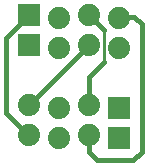
<source format=gtl>
G75*
%MOIN*%
%OFA0B0*%
%FSLAX25Y25*%
%IPPOS*%
%LPD*%
%AMOC8*
5,1,8,0,0,1.08239X$1,22.5*
%
%ADD10R,0.07400X0.07400*%
%ADD11C,0.07400*%
%ADD12C,0.01600*%
%ADD13C,0.01000*%
D10*
X0011000Y0042100D03*
X0011000Y0052100D03*
X0041000Y0021100D03*
X0041000Y0011100D03*
D11*
X0031000Y0012100D03*
X0031000Y0022100D03*
X0021000Y0021100D03*
X0021000Y0011100D03*
X0011000Y0012100D03*
X0011000Y0022100D03*
X0021000Y0041100D03*
X0021000Y0051100D03*
X0031000Y0052100D03*
X0031000Y0042100D03*
X0041000Y0041100D03*
X0041000Y0051100D03*
D12*
X0003300Y0019300D02*
X0010500Y0012100D01*
X0011000Y0012100D01*
X0003300Y0019300D02*
X0003300Y0044400D01*
X0011000Y0052100D01*
X0031000Y0052100D02*
X0036000Y0047100D01*
X0041000Y0051100D02*
X0041500Y0051600D01*
X0046000Y0051600D01*
X0048500Y0049100D01*
X0048500Y0006600D01*
X0045800Y0003900D01*
X0033700Y0003900D01*
X0031000Y0006600D01*
X0031000Y0012100D01*
X0031000Y0022100D02*
X0031000Y0031600D01*
X0036000Y0036600D01*
X0031000Y0042100D02*
X0011000Y0022100D01*
D13*
X0036000Y0036600D02*
X0036000Y0047100D01*
M02*

</source>
